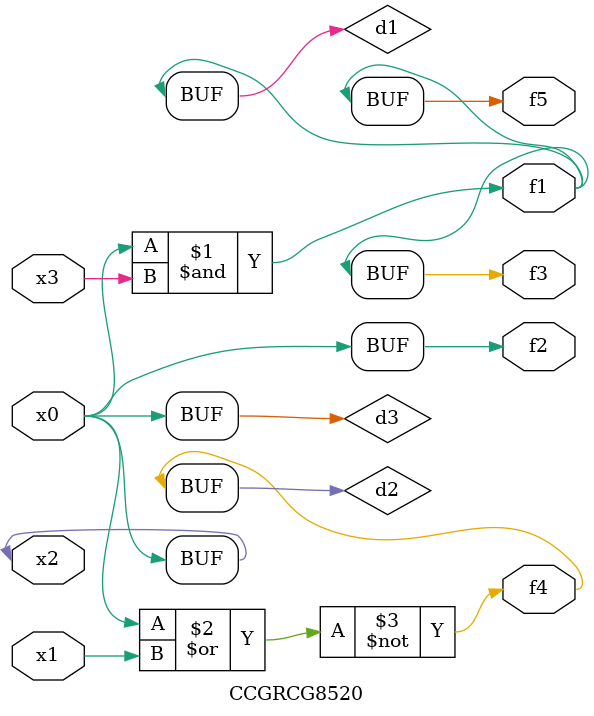
<source format=v>
module CCGRCG8520(
	input x0, x1, x2, x3,
	output f1, f2, f3, f4, f5
);

	wire d1, d2, d3;

	and (d1, x2, x3);
	nor (d2, x0, x1);
	buf (d3, x0, x2);
	assign f1 = d1;
	assign f2 = d3;
	assign f3 = d1;
	assign f4 = d2;
	assign f5 = d1;
endmodule

</source>
